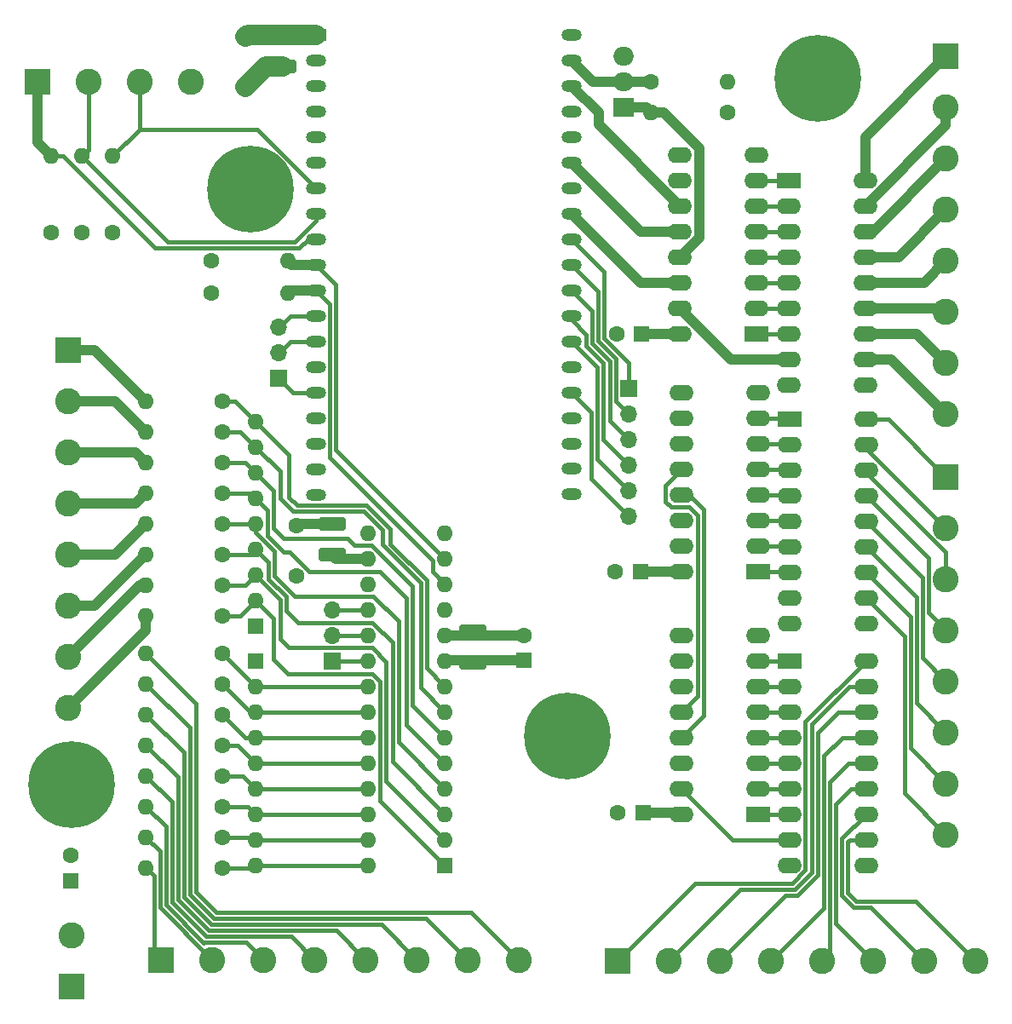
<source format=gbr>
%TF.GenerationSoftware,KiCad,Pcbnew,(7.0.0)*%
%TF.CreationDate,2023-05-27T01:43:54+02:00*%
%TF.ProjectId,workbench,776f726b-6265-46e6-9368-2e6b69636164,rev?*%
%TF.SameCoordinates,Original*%
%TF.FileFunction,Copper,L1,Top*%
%TF.FilePolarity,Positive*%
%FSLAX46Y46*%
G04 Gerber Fmt 4.6, Leading zero omitted, Abs format (unit mm)*
G04 Created by KiCad (PCBNEW (7.0.0)) date 2023-05-27 01:43:54*
%MOMM*%
%LPD*%
G01*
G04 APERTURE LIST*
G04 Aperture macros list*
%AMRoundRect*
0 Rectangle with rounded corners*
0 $1 Rounding radius*
0 $2 $3 $4 $5 $6 $7 $8 $9 X,Y pos of 4 corners*
0 Add a 4 corners polygon primitive as box body*
4,1,4,$2,$3,$4,$5,$6,$7,$8,$9,$2,$3,0*
0 Add four circle primitives for the rounded corners*
1,1,$1+$1,$2,$3*
1,1,$1+$1,$4,$5*
1,1,$1+$1,$6,$7*
1,1,$1+$1,$8,$9*
0 Add four rect primitives between the rounded corners*
20,1,$1+$1,$2,$3,$4,$5,0*
20,1,$1+$1,$4,$5,$6,$7,0*
20,1,$1+$1,$6,$7,$8,$9,0*
20,1,$1+$1,$8,$9,$2,$3,0*%
G04 Aperture macros list end*
%TA.AperFunction,ComponentPad*%
%ADD10R,1.700000X1.700000*%
%TD*%
%TA.AperFunction,ComponentPad*%
%ADD11O,1.700000X1.700000*%
%TD*%
%TA.AperFunction,SMDPad,CuDef*%
%ADD12RoundRect,0.250000X-1.100000X0.412500X-1.100000X-0.412500X1.100000X-0.412500X1.100000X0.412500X0*%
%TD*%
%TA.AperFunction,ComponentPad*%
%ADD13C,8.600000*%
%TD*%
%TA.AperFunction,ComponentPad*%
%ADD14C,0.900000*%
%TD*%
%TA.AperFunction,SMDPad,CuDef*%
%ADD15RoundRect,0.250000X1.100000X-0.412500X1.100000X0.412500X-1.100000X0.412500X-1.100000X-0.412500X0*%
%TD*%
%TA.AperFunction,ComponentPad*%
%ADD16R,1.600000X1.600000*%
%TD*%
%TA.AperFunction,ComponentPad*%
%ADD17C,1.600000*%
%TD*%
%TA.AperFunction,ComponentPad*%
%ADD18O,1.600000X1.600000*%
%TD*%
%TA.AperFunction,ComponentPad*%
%ADD19R,2.400000X1.600000*%
%TD*%
%TA.AperFunction,ComponentPad*%
%ADD20O,2.400000X1.600000*%
%TD*%
%TA.AperFunction,ComponentPad*%
%ADD21R,2.600000X2.600000*%
%TD*%
%TA.AperFunction,ComponentPad*%
%ADD22C,2.600000*%
%TD*%
%TA.AperFunction,ComponentPad*%
%ADD23O,2.000000X1.200000*%
%TD*%
%TA.AperFunction,ComponentPad*%
%ADD24R,2.000000X1.200000*%
%TD*%
%TA.AperFunction,ComponentPad*%
%ADD25O,2.000000X1.905000*%
%TD*%
%TA.AperFunction,ComponentPad*%
%ADD26R,2.000000X1.905000*%
%TD*%
%TA.AperFunction,Conductor*%
%ADD27C,0.400000*%
%TD*%
%TA.AperFunction,Conductor*%
%ADD28C,1.000000*%
%TD*%
%TA.AperFunction,Conductor*%
%ADD29C,2.000000*%
%TD*%
G04 APERTURE END LIST*
D10*
%TO.P,J6,1,Pin_1*%
%TO.N,Net-(J6-Pin_1)*%
X121411999Y-81152999D03*
D11*
%TO.P,J6,2,Pin_2*%
%TO.N,Net-(J6-Pin_2)*%
X121411999Y-78612999D03*
%TO.P,J6,3,Pin_3*%
%TO.N,Net-(J6-Pin_3)*%
X121411999Y-76072999D03*
%TD*%
D10*
%TO.P,J8,1,Pin_1*%
%TO.N,Net-(J8-Pin_1)*%
X156209999Y-82168999D03*
D11*
%TO.P,J8,2,Pin_2*%
%TO.N,Net-(J8-Pin_2)*%
X156209999Y-84708999D03*
%TO.P,J8,3,Pin_3*%
%TO.N,Net-(J8-Pin_3)*%
X156209999Y-87248999D03*
%TO.P,J8,4,Pin_4*%
%TO.N,Net-(J8-Pin_4)*%
X156209999Y-89788999D03*
%TO.P,J8,5,Pin_5*%
%TO.N,Net-(J8-Pin_5)*%
X156209999Y-92328999D03*
%TO.P,J8,6,Pin_6*%
%TO.N,Net-(J8-Pin_6)*%
X156209999Y-94868999D03*
%TD*%
D12*
%TO.P,C19,1*%
%TO.N,+3.3V*%
X121793000Y-47040000D03*
%TO.P,C19,2*%
%TO.N,GND*%
X121793000Y-50165000D03*
%TD*%
D13*
%TO.P,H4,1*%
%TO.N,N/C*%
X175006000Y-51308000D03*
D14*
X175006000Y-54533000D03*
X172725581Y-53588419D03*
X177286419Y-49027581D03*
X177286419Y-53588419D03*
X171781000Y-51308000D03*
X172725581Y-49027581D03*
X175006000Y-48083000D03*
X178231000Y-51308000D03*
%TD*%
D13*
%TO.P,H3,1*%
%TO.N,N/C*%
X118568000Y-62357000D03*
D14*
X118568000Y-65582000D03*
X116287581Y-64637419D03*
X120848419Y-60076581D03*
X120848419Y-64637419D03*
X115343000Y-62357000D03*
X116287581Y-60076581D03*
X118568000Y-59132000D03*
X121793000Y-62357000D03*
%TD*%
D13*
%TO.P,H2,1*%
%TO.N,N/C*%
X100788000Y-121539000D03*
D14*
X100788000Y-124764000D03*
X98507581Y-123819419D03*
X103068419Y-119258581D03*
X103068419Y-123819419D03*
X97563000Y-121539000D03*
X98507581Y-119258581D03*
X100788000Y-118314000D03*
X104013000Y-121539000D03*
%TD*%
D13*
%TO.P,H1,1*%
%TO.N,N/C*%
X150119600Y-116718600D03*
D14*
X150119600Y-119943600D03*
X147839181Y-118999019D03*
X152400019Y-114438181D03*
X152400019Y-118999019D03*
X146894600Y-116718600D03*
X147839181Y-114438181D03*
X150119600Y-113493600D03*
X153344600Y-116718600D03*
%TD*%
D15*
%TO.P,C5,1*%
%TO.N,+3.3V*%
X140716000Y-109424000D03*
%TO.P,C5,2*%
%TO.N,GND*%
X140716000Y-106299000D03*
%TD*%
D12*
%TO.P,C4,1*%
%TO.N,+5V*%
X126746000Y-95592500D03*
%TO.P,C4,2*%
%TO.N,GND*%
X126746000Y-98717500D03*
%TD*%
D16*
%TO.P,C3,1*%
%TO.N,+5V*%
X100710999Y-131103399D03*
D17*
%TO.P,C3,2*%
%TO.N,GND*%
X100711000Y-128603400D03*
%TD*%
D10*
%TO.P,J5,1,Pin_1*%
%TO.N,Net-(J5-Pin_1)*%
X126745999Y-109219999D03*
D11*
%TO.P,J5,2,Pin_2*%
%TO.N,Net-(J5-Pin_2)*%
X126745999Y-106679999D03*
%TO.P,J5,3,Pin_3*%
%TO.N,Net-(J5-Pin_3)*%
X126745999Y-104139999D03*
%TD*%
D17*
%TO.P,C2,1*%
%TO.N,+5V*%
X123190000Y-95758000D03*
%TO.P,C2,2*%
%TO.N,GND*%
X123190000Y-100758000D03*
%TD*%
%TO.P,C1,1*%
%TO.N,+3.3V*%
X118110000Y-47197000D03*
%TO.P,C1,2*%
%TO.N,GND*%
X118110000Y-52197000D03*
%TD*%
%TO.P,R53,1*%
%TO.N,+3.3V*%
X165989000Y-54737000D03*
D18*
%TO.P,R53,2*%
%TO.N,Net-(Q3-D)*%
X158368999Y-54736999D03*
%TD*%
D17*
%TO.P,R1,1*%
%TO.N,Net-(RN2-R1)*%
X115824000Y-108458000D03*
D18*
%TO.P,R1,2*%
%TO.N,Net-(J11-Pin_8)*%
X108203999Y-108457999D03*
%TD*%
D17*
%TO.P,R52,1*%
%TO.N,Net-(Q3-G)*%
X158369000Y-51689000D03*
D18*
%TO.P,R52,2*%
%TO.N,GND*%
X165988999Y-51688999D03*
%TD*%
D17*
%TO.P,R19,1*%
%TO.N,+3.3V*%
X114681000Y-69469000D03*
D18*
%TO.P,R19,2*%
%TO.N,Net-(U11-DAC_2{slash}ADC2_CH9{slash}GPIO26)*%
X122300999Y-69468999D03*
%TD*%
D19*
%TO.P,U10,1,I1*%
%TO.N,/Chan24*%
X172158999Y-109219999D03*
D20*
%TO.P,U10,2,I2*%
%TO.N,/Chan23*%
X172158999Y-111759999D03*
%TO.P,U10,3,I3*%
%TO.N,/Chan22*%
X172158999Y-114299999D03*
%TO.P,U10,4,I4*%
%TO.N,/Chan21*%
X172158999Y-116839999D03*
%TO.P,U10,5,I5*%
%TO.N,/Chan20*%
X172158999Y-119379999D03*
%TO.P,U10,6,I6*%
%TO.N,/Chan19*%
X172158999Y-121919999D03*
%TO.P,U10,7,I7*%
%TO.N,/Chan18*%
X172158999Y-124459999D03*
%TO.P,U10,8,I8*%
%TO.N,/Chan17*%
X172158999Y-126999999D03*
%TO.P,U10,9,GND*%
%TO.N,GND*%
X172158999Y-129539999D03*
%TO.P,U10,10,COM*%
%TO.N,+5V*%
X179778999Y-129539999D03*
%TO.P,U10,11,O8*%
%TO.N,Net-(J9-Pin_8)*%
X179778999Y-126999999D03*
%TO.P,U10,12,O7*%
%TO.N,Net-(J9-Pin_7)*%
X179778999Y-124459999D03*
%TO.P,U10,13,O6*%
%TO.N,Net-(J9-Pin_6)*%
X179778999Y-121919999D03*
%TO.P,U10,14,O5*%
%TO.N,Net-(J9-Pin_5)*%
X179778999Y-119379999D03*
%TO.P,U10,15,O4*%
%TO.N,Net-(J9-Pin_4)*%
X179778999Y-116839999D03*
%TO.P,U10,16,O3*%
%TO.N,Net-(J9-Pin_3)*%
X179778999Y-114299999D03*
%TO.P,U10,17,O2*%
%TO.N,Net-(J9-Pin_2)*%
X179778999Y-111759999D03*
%TO.P,U10,18,O1*%
%TO.N,Net-(J9-Pin_1)*%
X179778999Y-109219999D03*
%TD*%
D17*
%TO.P,R2,1*%
%TO.N,Net-(RN2-R2)*%
X115824000Y-111506000D03*
D18*
%TO.P,R2,2*%
%TO.N,Net-(J11-Pin_7)*%
X108203999Y-111505999D03*
%TD*%
D17*
%TO.P,R20,1*%
%TO.N,+3.3V*%
X114681000Y-72644000D03*
D18*
%TO.P,R20,2*%
%TO.N,Net-(U11-ADC2_CH7{slash}GPIO27)*%
X122300999Y-72643999D03*
%TD*%
D19*
%TO.P,U4,1,QB*%
%TO.N,/Chan18*%
X169036999Y-124459999D03*
D20*
%TO.P,U4,2,QC*%
%TO.N,/Chan19*%
X169036999Y-121919999D03*
%TO.P,U4,3,QD*%
%TO.N,/Chan20*%
X169036999Y-119379999D03*
%TO.P,U4,4,QE*%
%TO.N,/Chan21*%
X169036999Y-116839999D03*
%TO.P,U4,5,QF*%
%TO.N,/Chan22*%
X169036999Y-114299999D03*
%TO.P,U4,6,QG*%
%TO.N,/Chan23*%
X169036999Y-111759999D03*
%TO.P,U4,7,QH*%
%TO.N,/Chan24*%
X169036999Y-109219999D03*
%TO.P,U4,8,GND*%
%TO.N,GND*%
X169036999Y-106679999D03*
%TO.P,U4,9,QH'*%
%TO.N,unconnected-(U4-QH'-Pad9)*%
X161416999Y-106679999D03*
%TO.P,U4,10,~{SRCLR}*%
%TO.N,+3.3V*%
X161416999Y-109219999D03*
%TO.P,U4,11,SRCLK*%
%TO.N,Net-(U11-GPIO22)*%
X161416999Y-111759999D03*
%TO.P,U4,12,RCLK*%
%TO.N,Net-(U11-GPIO21)*%
X161416999Y-114299999D03*
%TO.P,U4,13,~{OE}*%
%TO.N,Net-(Q3-D)*%
X161416999Y-116839999D03*
%TO.P,U4,14,SER*%
%TO.N,Net-(U4-SER)*%
X161416999Y-119379999D03*
%TO.P,U4,15,QA*%
%TO.N,/Chan17*%
X161416999Y-121919999D03*
%TO.P,U4,16,VCC*%
%TO.N,+3.3V*%
X161416999Y-124459999D03*
%TD*%
D16*
%TO.P,C16,1*%
%TO.N,+3.3V*%
X157606999Y-124332999D03*
D17*
%TO.P,C16,2*%
%TO.N,GND*%
X155107000Y-124333000D03*
%TD*%
D19*
%TO.P,U2,1,QB*%
%TO.N,/Chan2*%
X168909999Y-76707999D03*
D20*
%TO.P,U2,2,QC*%
%TO.N,/Chan3*%
X168909999Y-74167999D03*
%TO.P,U2,3,QD*%
%TO.N,/Chan4*%
X168909999Y-71627999D03*
%TO.P,U2,4,QE*%
%TO.N,/Chan5*%
X168909999Y-69087999D03*
%TO.P,U2,5,QF*%
%TO.N,/Chan6*%
X168909999Y-66547999D03*
%TO.P,U2,6,QG*%
%TO.N,/Chan7*%
X168909999Y-64007999D03*
%TO.P,U2,7,QH*%
%TO.N,/Chan8*%
X168909999Y-61467999D03*
%TO.P,U2,8,GND*%
%TO.N,GND*%
X168909999Y-58927999D03*
%TO.P,U2,9,QH'*%
%TO.N,Net-(U2-QH')*%
X161289999Y-58927999D03*
%TO.P,U2,10,~{SRCLR}*%
%TO.N,+3.3V*%
X161289999Y-61467999D03*
%TO.P,U2,11,SRCLK*%
%TO.N,Net-(U11-GPIO22)*%
X161289999Y-64007999D03*
%TO.P,U2,12,RCLK*%
%TO.N,Net-(U11-GPIO21)*%
X161289999Y-66547999D03*
%TO.P,U2,13,~{OE}*%
%TO.N,Net-(Q3-D)*%
X161289999Y-69087999D03*
%TO.P,U2,14,SER*%
%TO.N,Net-(U11-GPIO19)*%
X161289999Y-71627999D03*
%TO.P,U2,15,QA*%
%TO.N,/Chan1*%
X161289999Y-74167999D03*
%TO.P,U2,16,VCC*%
%TO.N,+3.3V*%
X161289999Y-76707999D03*
%TD*%
D16*
%TO.P,U6,1,GPB0*%
%TO.N,Net-(RN1-R1)*%
X137921999Y-129539999D03*
D18*
%TO.P,U6,2,GPB1*%
%TO.N,Net-(RN1-R2)*%
X137921999Y-126999999D03*
%TO.P,U6,3,GPB2*%
%TO.N,Net-(RN1-R3)*%
X137921999Y-124459999D03*
%TO.P,U6,4,GPB3*%
%TO.N,Net-(RN1-R4)*%
X137921999Y-121919999D03*
%TO.P,U6,5,GPB4*%
%TO.N,Net-(RN1-R5)*%
X137921999Y-119379999D03*
%TO.P,U6,6,GPB5*%
%TO.N,Net-(RN1-R6)*%
X137921999Y-116839999D03*
%TO.P,U6,7,GPB6*%
%TO.N,Net-(RN1-R7)*%
X137921999Y-114299999D03*
%TO.P,U6,8,GPB7*%
%TO.N,Net-(RN1-R8)*%
X137921999Y-111759999D03*
%TO.P,U6,9,VDD*%
%TO.N,+3.3V*%
X137921999Y-109219999D03*
%TO.P,U6,10,VSS*%
%TO.N,GND*%
X137921999Y-106679999D03*
%TO.P,U6,11,NC*%
%TO.N,unconnected-(U6-NC-Pad11)*%
X137921999Y-104139999D03*
%TO.P,U6,12,SCK*%
%TO.N,Net-(U11-ADC2_CH7{slash}GPIO27)*%
X137921999Y-101599999D03*
%TO.P,U6,13,SDA*%
%TO.N,Net-(U11-DAC_2{slash}ADC2_CH9{slash}GPIO26)*%
X137921999Y-99059999D03*
%TO.P,U6,14,NC*%
%TO.N,unconnected-(U6-NC-Pad14)*%
X137921999Y-96519999D03*
%TO.P,U6,15,A0*%
%TO.N,GND*%
X130301999Y-96519999D03*
%TO.P,U6,16,A1*%
X130301999Y-99059999D03*
%TO.P,U6,17,A2*%
X130301999Y-101599999D03*
%TO.P,U6,18,~{RESET}*%
%TO.N,Net-(J5-Pin_3)*%
X130301999Y-104139999D03*
%TO.P,U6,19,INTB*%
%TO.N,Net-(J5-Pin_2)*%
X130301999Y-106679999D03*
%TO.P,U6,20,INTA*%
%TO.N,Net-(J5-Pin_1)*%
X130301999Y-109219999D03*
%TO.P,U6,21,GPA0*%
%TO.N,Net-(RN2-R1)*%
X130301999Y-111759999D03*
%TO.P,U6,22,GPA1*%
%TO.N,Net-(RN2-R2)*%
X130301999Y-114299999D03*
%TO.P,U6,23,GPA2*%
%TO.N,Net-(RN2-R3)*%
X130301999Y-116839999D03*
%TO.P,U6,24,GPA3*%
%TO.N,Net-(RN2-R4)*%
X130301999Y-119379999D03*
%TO.P,U6,25,GPA4*%
%TO.N,Net-(RN2-R5)*%
X130301999Y-121919999D03*
%TO.P,U6,26,GPA5*%
%TO.N,Net-(RN2-R6)*%
X130301999Y-124459999D03*
%TO.P,U6,27,GPA6*%
%TO.N,Net-(RN2-R7)*%
X130301999Y-126999999D03*
%TO.P,U6,28,GPA7*%
%TO.N,Net-(RN2-R8)*%
X130301999Y-129539999D03*
%TD*%
D21*
%TO.P,J2,1,Pin_1*%
%TO.N,Net-(J2-Pin_1)*%
X187705999Y-90931999D03*
D22*
%TO.P,J2,2,Pin_2*%
%TO.N,Net-(J2-Pin_2)*%
X187706000Y-96012000D03*
%TO.P,J2,3,Pin_3*%
%TO.N,Net-(J2-Pin_3)*%
X187706000Y-101092000D03*
%TO.P,J2,4,Pin_4*%
%TO.N,Net-(J2-Pin_4)*%
X187706000Y-106172000D03*
%TO.P,J2,5,Pin_5*%
%TO.N,Net-(J2-Pin_5)*%
X187706000Y-111252000D03*
%TO.P,J2,6,Pin_6*%
%TO.N,Net-(J2-Pin_6)*%
X187706000Y-116332000D03*
%TO.P,J2,7,Pin_7*%
%TO.N,Net-(J2-Pin_7)*%
X187706000Y-121412000D03*
%TO.P,J2,8,Pin_8*%
%TO.N,Net-(J2-Pin_8)*%
X187706000Y-126492000D03*
%TD*%
%TO.P,J3,8,Pin_8*%
%TO.N,Net-(J3-Pin_8)*%
X100457000Y-113919000D03*
%TO.P,J3,7,Pin_7*%
%TO.N,Net-(J3-Pin_7)*%
X100457000Y-108839000D03*
%TO.P,J3,6,Pin_6*%
%TO.N,Net-(J3-Pin_6)*%
X100457000Y-103759000D03*
%TO.P,J3,5,Pin_5*%
%TO.N,Net-(J3-Pin_5)*%
X100457000Y-98679000D03*
%TO.P,J3,4,Pin_4*%
%TO.N,Net-(J3-Pin_4)*%
X100457000Y-93599000D03*
%TO.P,J3,3,Pin_3*%
%TO.N,Net-(J3-Pin_3)*%
X100457000Y-88519000D03*
%TO.P,J3,2,Pin_2*%
%TO.N,Net-(J3-Pin_2)*%
X100457000Y-83439000D03*
D21*
%TO.P,J3,1,Pin_1*%
%TO.N,Net-(J3-Pin_1)*%
X100456999Y-78358999D03*
%TD*%
D16*
%TO.P,C17,1*%
%TO.N,+3.3V*%
X157479999Y-76707999D03*
D17*
%TO.P,C17,2*%
%TO.N,GND*%
X154980000Y-76708000D03*
%TD*%
D23*
%TO.P,U11,38,GND*%
%TO.N,GND*%
X150494999Y-46989999D03*
%TO.P,U11,37,GPIO23*%
%TO.N,Net-(Q3-G)*%
X150494999Y-49529999D03*
%TO.P,U11,36,GPIO22*%
%TO.N,Net-(U11-GPIO22)*%
X150494999Y-52069999D03*
%TO.P,U11,35,U0TXD/GPIO1*%
%TO.N,unconnected-(U11-U0TXD{slash}GPIO1-Pad35)*%
X150494999Y-54609999D03*
%TO.P,U11,34,U0RXD/GPIO3*%
%TO.N,unconnected-(U11-U0RXD{slash}GPIO3-Pad34)*%
X150494999Y-57149999D03*
%TO.P,U11,33,GPIO21*%
%TO.N,Net-(U11-GPIO21)*%
X150494999Y-59689999D03*
%TO.P,U11,32,GND*%
%TO.N,unconnected-(U11-GND-Pad32)*%
X150494999Y-62229999D03*
%TO.P,U11,31,GPIO19*%
%TO.N,Net-(U11-GPIO19)*%
X150494999Y-64769999D03*
%TO.P,U11,30,GPIO18*%
%TO.N,Net-(J8-Pin_1)*%
X150494999Y-67309999D03*
%TO.P,U11,29,\u002AGPIO5*%
%TO.N,Net-(J8-Pin_2)*%
X150494999Y-69849999D03*
%TO.P,U11,28,GPIO17*%
%TO.N,Net-(J8-Pin_3)*%
X150494999Y-72389999D03*
%TO.P,U11,27,GPIO16*%
%TO.N,Net-(J8-Pin_4)*%
X150494999Y-74929999D03*
%TO.P,U11,26,ADC2_CH0/GPIO4*%
%TO.N,Net-(J8-Pin_5)*%
X150494999Y-77469999D03*
%TO.P,U11,25,\u002AGPIO0/BOOT/ADC2_CH1*%
%TO.N,unconnected-(U11-\u002AGPIO0{slash}BOOT{slash}ADC2_CH1-Pad25)*%
X150494999Y-80009999D03*
%TO.P,U11,24,ADC2_CH2/\u002AGPIO2*%
%TO.N,Net-(J8-Pin_6)*%
X150494999Y-82549999D03*
%TO.P,U11,23,\u002AMTDO/GPIO15/ADC2_CH3*%
%TO.N,unconnected-(U11-\u002AMTDO{slash}GPIO15{slash}ADC2_CH3-Pad23)*%
X150494999Y-85089999D03*
%TO.P,U11,22,SD_DATA1/GPIO8*%
%TO.N,unconnected-(U11-SD_DATA1{slash}GPIO8-Pad22)*%
X150494999Y-87629999D03*
%TO.P,U11,21,SD_DATA0/GPIO7*%
%TO.N,unconnected-(U11-SD_DATA0{slash}GPIO7-Pad21)*%
X150491319Y-90167279D03*
%TO.P,U11,20,SD_CLK/GPIO6*%
%TO.N,unconnected-(U11-SD_CLK{slash}GPIO6-Pad20)*%
X150491319Y-92707279D03*
%TO.P,U11,19,5V*%
%TO.N,+5V*%
X125094999Y-92709999D03*
%TO.P,U11,18,CMD*%
%TO.N,unconnected-(U11-CMD-Pad18)*%
X125094999Y-90169999D03*
%TO.P,U11,17,SD_DATA3/GPIO10*%
%TO.N,unconnected-(U11-SD_DATA3{slash}GPIO10-Pad17)*%
X125094999Y-87629999D03*
%TO.P,U11,16,SD_DATA2/GPIO9*%
%TO.N,unconnected-(U11-SD_DATA2{slash}GPIO9-Pad16)*%
X125094999Y-85089999D03*
%TO.P,U11,15,MTCK/GPIO13/ADC2_CH4*%
%TO.N,Net-(J6-Pin_1)*%
X125094999Y-82549999D03*
%TO.P,U11,14,GND*%
%TO.N,unconnected-(U11-GND-Pad14)*%
X125094999Y-80009999D03*
%TO.P,U11,13,\u002AMTDI/GPIO12/ADC2_CH5*%
%TO.N,Net-(J6-Pin_2)*%
X125094999Y-77469999D03*
%TO.P,U11,12,MTMS/GPIO14/ADC2_CH6*%
%TO.N,Net-(J6-Pin_3)*%
X125094999Y-74929999D03*
%TO.P,U11,11,ADC2_CH7/GPIO27*%
%TO.N,Net-(U11-ADC2_CH7{slash}GPIO27)*%
X125094999Y-72389999D03*
%TO.P,U11,10,DAC_2/ADC2_CH9/GPIO26*%
%TO.N,Net-(U11-DAC_2{slash}ADC2_CH9{slash}GPIO26)*%
X125094999Y-69849999D03*
%TO.P,U11,9,DAC_1/ADC2_CH8/GPIO25*%
%TO.N,Net-(J10-Pin_1)*%
X125094999Y-67309999D03*
%TO.P,U11,8,32K_XN/GPIO33/ADC1_CH5*%
%TO.N,Net-(J10-Pin_2)*%
X125094999Y-64769999D03*
%TO.P,U11,7,32K_XP/GPIO32/ADC1_CH4*%
%TO.N,Net-(J10-Pin_3)*%
X125094999Y-62229999D03*
%TO.P,U11,6,VDET_2/GPIO35/ADC1_CH7*%
%TO.N,unconnected-(U11-VDET_2{slash}GPIO35{slash}ADC1_CH7-Pad6)*%
X125094999Y-59689999D03*
%TO.P,U11,5,VDET_1/GPIO34/ADC1_CH6*%
%TO.N,unconnected-(U11-VDET_1{slash}GPIO34{slash}ADC1_CH6-Pad5)*%
X125094999Y-57149999D03*
%TO.P,U11,4,SENSOR_VN/GPIO39/ADC1_CH3*%
%TO.N,unconnected-(U11-SENSOR_VN{slash}GPIO39{slash}ADC1_CH3-Pad4)*%
X125094999Y-54609999D03*
%TO.P,U11,3,SENSOR_VP/GPIO36/ADC1_CH0*%
%TO.N,unconnected-(U11-SENSOR_VP{slash}GPIO36{slash}ADC1_CH0-Pad3)*%
X125094999Y-52069999D03*
%TO.P,U11,2,CHIP_PU*%
%TO.N,unconnected-(U11-CHIP_PU-Pad2)*%
X125094999Y-49529999D03*
D24*
%TO.P,U11,1,3V3*%
%TO.N,+3.3V*%
X125094999Y-46989999D03*
%TD*%
D17*
%TO.P,R6,1*%
%TO.N,Net-(RN2-R6)*%
X115824000Y-123698000D03*
D18*
%TO.P,R6,2*%
%TO.N,Net-(J11-Pin_3)*%
X108203999Y-123697999D03*
%TD*%
D21*
%TO.P,J4,1,Pin_1*%
%TO.N,Net-(J4-Pin_1)*%
X187705999Y-49148999D03*
D22*
%TO.P,J4,2,Pin_2*%
%TO.N,Net-(J4-Pin_2)*%
X187706000Y-54229000D03*
%TO.P,J4,3,Pin_3*%
%TO.N,Net-(J4-Pin_3)*%
X187706000Y-59309000D03*
%TO.P,J4,4,Pin_4*%
%TO.N,Net-(J4-Pin_4)*%
X187706000Y-64389000D03*
%TO.P,J4,5,Pin_5*%
%TO.N,Net-(J4-Pin_5)*%
X187706000Y-69469000D03*
%TO.P,J4,6,Pin_6*%
%TO.N,Net-(J4-Pin_6)*%
X187706000Y-74549000D03*
%TO.P,J4,7,Pin_7*%
%TO.N,Net-(J4-Pin_7)*%
X187706000Y-79629000D03*
%TO.P,J4,8,Pin_8*%
%TO.N,Net-(J4-Pin_8)*%
X187706000Y-84709000D03*
%TD*%
D18*
%TO.P,R9,2*%
%TO.N,Net-(J3-Pin_8)*%
X108203999Y-104774999D03*
D17*
%TO.P,R9,1*%
%TO.N,Net-(RN1-R1)*%
X115824000Y-104775000D03*
%TD*%
%TO.P,R13,1*%
%TO.N,Net-(RN1-R5)*%
X115824000Y-92583000D03*
D18*
%TO.P,R13,2*%
%TO.N,Net-(J3-Pin_4)*%
X108203999Y-92582999D03*
%TD*%
D17*
%TO.P,R3,1*%
%TO.N,Net-(RN2-R3)*%
X115824000Y-114554000D03*
D18*
%TO.P,R3,2*%
%TO.N,Net-(J11-Pin_6)*%
X108203999Y-114553999D03*
%TD*%
D17*
%TO.P,R22,1*%
%TO.N,+3.3V*%
X101854000Y-66675000D03*
D18*
%TO.P,R22,2*%
%TO.N,Net-(J10-Pin_2)*%
X101853999Y-59054999D03*
%TD*%
D16*
%TO.P,C14,1*%
%TO.N,+3.3V*%
X145795999Y-109179999D03*
D17*
%TO.P,C14,2*%
%TO.N,GND*%
X145796000Y-106680000D03*
%TD*%
%TO.P,R12,1*%
%TO.N,Net-(RN1-R4)*%
X115824000Y-95631000D03*
D18*
%TO.P,R12,2*%
%TO.N,Net-(J3-Pin_5)*%
X108203999Y-95630999D03*
%TD*%
D19*
%TO.P,U7,1,QB*%
%TO.N,/Chan10*%
X169036999Y-100393999D03*
D20*
%TO.P,U7,2,QC*%
%TO.N,/Chan11*%
X169036999Y-97853999D03*
%TO.P,U7,3,QD*%
%TO.N,/Chan12*%
X169036999Y-95313999D03*
%TO.P,U7,4,QE*%
%TO.N,/Chan13*%
X169036999Y-92773999D03*
%TO.P,U7,5,QF*%
%TO.N,/Chan14*%
X169036999Y-90233999D03*
%TO.P,U7,6,QG*%
%TO.N,/Chan15*%
X169036999Y-87693999D03*
%TO.P,U7,7,QH*%
%TO.N,/Chan16*%
X169036999Y-85153999D03*
%TO.P,U7,8,GND*%
%TO.N,GND*%
X169036999Y-82613999D03*
%TO.P,U7,9,QH'*%
%TO.N,Net-(U4-SER)*%
X161416999Y-82613999D03*
%TO.P,U7,10,~{SRCLR}*%
%TO.N,+3.3V*%
X161416999Y-85153999D03*
%TO.P,U7,11,SRCLK*%
%TO.N,Net-(U11-GPIO22)*%
X161416999Y-87693999D03*
%TO.P,U7,12,RCLK*%
%TO.N,Net-(U11-GPIO21)*%
X161416999Y-90233999D03*
%TO.P,U7,13,~{OE}*%
%TO.N,Net-(Q3-D)*%
X161416999Y-92773999D03*
%TO.P,U7,14,SER*%
%TO.N,Net-(U2-QH')*%
X161416999Y-95313999D03*
%TO.P,U7,15,QA*%
%TO.N,/Chan9*%
X161416999Y-97853999D03*
%TO.P,U7,16,VCC*%
%TO.N,+3.3V*%
X161416999Y-100393999D03*
%TD*%
D17*
%TO.P,R7,1*%
%TO.N,Net-(RN2-R7)*%
X115824000Y-126746000D03*
D18*
%TO.P,R7,2*%
%TO.N,Net-(J11-Pin_2)*%
X108203999Y-126745999D03*
%TD*%
D25*
%TO.P,Q3,3,S*%
%TO.N,GND*%
X155701999Y-49148999D03*
%TO.P,Q3,2,G*%
%TO.N,Net-(Q3-G)*%
X155701999Y-51688999D03*
D26*
%TO.P,Q3,1,D*%
%TO.N,Net-(Q3-D)*%
X155701999Y-54228999D03*
%TD*%
D22*
%TO.P,J9,8,Pin_8*%
%TO.N,Net-(J9-Pin_8)*%
X190627000Y-139065000D03*
%TO.P,J9,7,Pin_7*%
%TO.N,Net-(J9-Pin_7)*%
X185547000Y-139065000D03*
%TO.P,J9,6,Pin_6*%
%TO.N,Net-(J9-Pin_6)*%
X180467000Y-139065000D03*
%TO.P,J9,5,Pin_5*%
%TO.N,Net-(J9-Pin_5)*%
X175387000Y-139065000D03*
%TO.P,J9,4,Pin_4*%
%TO.N,Net-(J9-Pin_4)*%
X170307000Y-139065000D03*
%TO.P,J9,3,Pin_3*%
%TO.N,Net-(J9-Pin_3)*%
X165227000Y-139065000D03*
%TO.P,J9,2,Pin_2*%
%TO.N,Net-(J9-Pin_2)*%
X160147000Y-139065000D03*
D21*
%TO.P,J9,1,Pin_1*%
%TO.N,Net-(J9-Pin_1)*%
X155066999Y-139064999D03*
%TD*%
D19*
%TO.P,U3,1,I1*%
%TO.N,/Chan8*%
X172084999Y-61467999D03*
D20*
%TO.P,U3,2,I2*%
%TO.N,/Chan7*%
X172084999Y-64007999D03*
%TO.P,U3,3,I3*%
%TO.N,/Chan6*%
X172084999Y-66547999D03*
%TO.P,U3,4,I4*%
%TO.N,/Chan5*%
X172084999Y-69087999D03*
%TO.P,U3,5,I5*%
%TO.N,/Chan4*%
X172084999Y-71627999D03*
%TO.P,U3,6,I6*%
%TO.N,/Chan3*%
X172084999Y-74167999D03*
%TO.P,U3,7,I7*%
%TO.N,/Chan2*%
X172084999Y-76707999D03*
%TO.P,U3,8,I8*%
%TO.N,/Chan1*%
X172084999Y-79247999D03*
%TO.P,U3,9,GND*%
%TO.N,GND*%
X172084999Y-81787999D03*
%TO.P,U3,10,COM*%
%TO.N,+5V*%
X179704999Y-81787999D03*
%TO.P,U3,11,O8*%
%TO.N,Net-(J4-Pin_8)*%
X179704999Y-79247999D03*
%TO.P,U3,12,O7*%
%TO.N,Net-(J4-Pin_7)*%
X179704999Y-76707999D03*
%TO.P,U3,13,O6*%
%TO.N,Net-(J4-Pin_6)*%
X179704999Y-74167999D03*
%TO.P,U3,14,O5*%
%TO.N,Net-(J4-Pin_5)*%
X179704999Y-71627999D03*
%TO.P,U3,15,O4*%
%TO.N,Net-(J4-Pin_4)*%
X179704999Y-69087999D03*
%TO.P,U3,16,O3*%
%TO.N,Net-(J4-Pin_3)*%
X179704999Y-66547999D03*
%TO.P,U3,17,O2*%
%TO.N,Net-(J4-Pin_2)*%
X179704999Y-64007999D03*
%TO.P,U3,18,O1*%
%TO.N,Net-(J4-Pin_1)*%
X179704999Y-61467999D03*
%TD*%
D17*
%TO.P,R16,1*%
%TO.N,Net-(RN1-R8)*%
X115824000Y-83439000D03*
D18*
%TO.P,R16,2*%
%TO.N,Net-(J3-Pin_1)*%
X108203999Y-83438999D03*
%TD*%
D17*
%TO.P,R11,1*%
%TO.N,Net-(RN1-R3)*%
X115824000Y-98679000D03*
D18*
%TO.P,R11,2*%
%TO.N,Net-(J3-Pin_6)*%
X108203999Y-98678999D03*
%TD*%
D21*
%TO.P,J11,1,Pin_1*%
%TO.N,Net-(J11-Pin_1)*%
X109727999Y-138937999D03*
D22*
%TO.P,J11,2,Pin_2*%
%TO.N,Net-(J11-Pin_2)*%
X114808000Y-138938000D03*
%TO.P,J11,3,Pin_3*%
%TO.N,Net-(J11-Pin_3)*%
X119888000Y-138938000D03*
%TO.P,J11,4,Pin_4*%
%TO.N,Net-(J11-Pin_4)*%
X124968000Y-138938000D03*
%TO.P,J11,5,Pin_5*%
%TO.N,Net-(J11-Pin_5)*%
X130048000Y-138938000D03*
%TO.P,J11,6,Pin_6*%
%TO.N,Net-(J11-Pin_6)*%
X135128000Y-138938000D03*
%TO.P,J11,7,Pin_7*%
%TO.N,Net-(J11-Pin_7)*%
X140208000Y-138938000D03*
%TO.P,J11,8,Pin_8*%
%TO.N,Net-(J11-Pin_8)*%
X145288000Y-138938000D03*
%TD*%
D17*
%TO.P,R35,1*%
%TO.N,+3.3V*%
X98806000Y-66675000D03*
D18*
%TO.P,R35,2*%
%TO.N,Net-(J10-Pin_1)*%
X98805999Y-59054999D03*
%TD*%
D17*
%TO.P,R4,1*%
%TO.N,Net-(RN2-R4)*%
X115824000Y-117602000D03*
D18*
%TO.P,R4,2*%
%TO.N,Net-(J11-Pin_5)*%
X108203999Y-117601999D03*
%TD*%
D17*
%TO.P,R21,1*%
%TO.N,+3.3V*%
X104902000Y-66675000D03*
D18*
%TO.P,R21,2*%
%TO.N,Net-(J10-Pin_3)*%
X104901999Y-59054999D03*
%TD*%
D19*
%TO.P,U9,1,I1*%
%TO.N,/Chan16*%
X172211999Y-85216999D03*
D20*
%TO.P,U9,2,I2*%
%TO.N,/Chan15*%
X172211999Y-87756999D03*
%TO.P,U9,3,I3*%
%TO.N,/Chan14*%
X172211999Y-90296999D03*
%TO.P,U9,4,I4*%
%TO.N,/Chan13*%
X172211999Y-92836999D03*
%TO.P,U9,5,I5*%
%TO.N,/Chan12*%
X172211999Y-95376999D03*
%TO.P,U9,6,I6*%
%TO.N,/Chan11*%
X172211999Y-97916999D03*
%TO.P,U9,7,I7*%
%TO.N,/Chan10*%
X172211999Y-100456999D03*
%TO.P,U9,8,I8*%
%TO.N,/Chan9*%
X172211999Y-102996999D03*
%TO.P,U9,9,GND*%
%TO.N,GND*%
X172211999Y-105536999D03*
%TO.P,U9,10,COM*%
%TO.N,+5V*%
X179831999Y-105536999D03*
%TO.P,U9,11,O8*%
%TO.N,Net-(J2-Pin_8)*%
X179831999Y-102996999D03*
%TO.P,U9,12,O7*%
%TO.N,Net-(J2-Pin_7)*%
X179831999Y-100456999D03*
%TO.P,U9,13,O6*%
%TO.N,Net-(J2-Pin_6)*%
X179831999Y-97916999D03*
%TO.P,U9,14,O5*%
%TO.N,Net-(J2-Pin_5)*%
X179831999Y-95376999D03*
%TO.P,U9,15,O4*%
%TO.N,Net-(J2-Pin_4)*%
X179831999Y-92836999D03*
%TO.P,U9,16,O3*%
%TO.N,Net-(J2-Pin_3)*%
X179831999Y-90296999D03*
%TO.P,U9,17,O2*%
%TO.N,Net-(J2-Pin_2)*%
X179831999Y-87756999D03*
%TO.P,U9,18,O1*%
%TO.N,Net-(J2-Pin_1)*%
X179831999Y-85216999D03*
%TD*%
D17*
%TO.P,R10,1*%
%TO.N,Net-(RN1-R2)*%
X115824000Y-101727000D03*
D18*
%TO.P,R10,2*%
%TO.N,Net-(J3-Pin_7)*%
X108203999Y-101726999D03*
%TD*%
%TO.P,R5,2*%
%TO.N,Net-(J11-Pin_4)*%
X108203999Y-120649999D03*
D17*
%TO.P,R5,1*%
%TO.N,Net-(RN2-R5)*%
X115824000Y-120650000D03*
%TD*%
D21*
%TO.P,J10,1,Pin_1*%
%TO.N,Net-(J10-Pin_1)*%
X97408999Y-51688999D03*
D22*
%TO.P,J10,2,Pin_2*%
%TO.N,Net-(J10-Pin_2)*%
X102489000Y-51689000D03*
%TO.P,J10,3,Pin_3*%
%TO.N,Net-(J10-Pin_3)*%
X107569000Y-51689000D03*
%TO.P,J10,4,Pin_4*%
%TO.N,GND*%
X112649000Y-51689000D03*
%TD*%
D17*
%TO.P,R15,1*%
%TO.N,Net-(RN1-R7)*%
X115824000Y-86487000D03*
D18*
%TO.P,R15,2*%
%TO.N,Net-(J3-Pin_2)*%
X108203999Y-86486999D03*
%TD*%
D17*
%TO.P,R14,1*%
%TO.N,Net-(RN1-R6)*%
X115824000Y-89535000D03*
D18*
%TO.P,R14,2*%
%TO.N,Net-(J3-Pin_3)*%
X108203999Y-89534999D03*
%TD*%
D21*
%TO.P,J1,1,Pin_1*%
%TO.N,GND*%
X100837999Y-141604999D03*
D22*
%TO.P,J1,2,Pin_2*%
%TO.N,+5V*%
X100838000Y-136525000D03*
%TD*%
D16*
%TO.P,RN1,1,common*%
%TO.N,+3.3V*%
X119125999Y-105790999D03*
D18*
%TO.P,RN1,2,R1*%
%TO.N,Net-(RN1-R1)*%
X119125999Y-103250999D03*
%TO.P,RN1,3,R2*%
%TO.N,Net-(RN1-R2)*%
X119125999Y-100710999D03*
%TO.P,RN1,4,R3*%
%TO.N,Net-(RN1-R3)*%
X119125999Y-98170999D03*
%TO.P,RN1,5,R4*%
%TO.N,Net-(RN1-R4)*%
X119125999Y-95630999D03*
%TO.P,RN1,6,R5*%
%TO.N,Net-(RN1-R5)*%
X119125999Y-93090999D03*
%TO.P,RN1,7,R6*%
%TO.N,Net-(RN1-R6)*%
X119125999Y-90550999D03*
%TO.P,RN1,8,R7*%
%TO.N,Net-(RN1-R7)*%
X119125999Y-88010999D03*
%TO.P,RN1,9,R8*%
%TO.N,Net-(RN1-R8)*%
X119125999Y-85470999D03*
%TD*%
D16*
%TO.P,RN2,1,common*%
%TO.N,+3.3V*%
X119125999Y-109219999D03*
D18*
%TO.P,RN2,2,R1*%
%TO.N,Net-(RN2-R1)*%
X119125999Y-111759999D03*
%TO.P,RN2,3,R2*%
%TO.N,Net-(RN2-R2)*%
X119125999Y-114299999D03*
%TO.P,RN2,4,R3*%
%TO.N,Net-(RN2-R3)*%
X119125999Y-116839999D03*
%TO.P,RN2,5,R4*%
%TO.N,Net-(RN2-R4)*%
X119125999Y-119379999D03*
%TO.P,RN2,6,R5*%
%TO.N,Net-(RN2-R5)*%
X119125999Y-121919999D03*
%TO.P,RN2,7,R6*%
%TO.N,Net-(RN2-R6)*%
X119125999Y-124459999D03*
%TO.P,RN2,8,R7*%
%TO.N,Net-(RN2-R7)*%
X119125999Y-126999999D03*
%TO.P,RN2,9,R8*%
%TO.N,Net-(RN2-R8)*%
X119125999Y-129539999D03*
%TD*%
D17*
%TO.P,R8,1*%
%TO.N,Net-(RN2-R8)*%
X115824000Y-129794000D03*
D18*
%TO.P,R8,2*%
%TO.N,Net-(J11-Pin_1)*%
X108203999Y-129793999D03*
%TD*%
D16*
%TO.P,C15,1*%
%TO.N,+3.3V*%
X157352999Y-100329999D03*
D17*
%TO.P,C15,2*%
%TO.N,GND*%
X154853000Y-100330000D03*
%TD*%
D27*
%TO.N,Net-(Q3-D)*%
X163617000Y-114640000D02*
X161417000Y-116840000D01*
X163617000Y-94174000D02*
X163617000Y-114640000D01*
X161417000Y-92774000D02*
X162217000Y-92774000D01*
X162217000Y-92774000D02*
X163617000Y-94174000D01*
%TO.N,Net-(U11-GPIO21)*%
X159817000Y-91834000D02*
X161417000Y-90234000D01*
X163017000Y-94816944D02*
X162174056Y-93974000D01*
X162174056Y-93974000D02*
X160395000Y-93974000D01*
X163017000Y-112700000D02*
X163017000Y-94816944D01*
X159817000Y-93396000D02*
X159817000Y-91834000D01*
X161417000Y-114300000D02*
X163017000Y-112700000D01*
X160395000Y-93974000D02*
X159817000Y-93396000D01*
%TO.N,/Chan21*%
X169037000Y-116840000D02*
X172159000Y-116840000D01*
%TO.N,/Chan18*%
X169037000Y-124460000D02*
X172159000Y-124460000D01*
%TO.N,/Chan19*%
X169037000Y-121920000D02*
X172159000Y-121920000D01*
%TO.N,/Chan8*%
X168910000Y-61468000D02*
X172085000Y-61468000D01*
%TO.N,/Chan7*%
X168910000Y-64008000D02*
X172085000Y-64008000D01*
%TO.N,/Chan6*%
X168910000Y-66548000D02*
X172085000Y-66548000D01*
%TO.N,/Chan5*%
X168910000Y-69088000D02*
X172085000Y-69088000D01*
%TO.N,/Chan4*%
X168910000Y-71628000D02*
X172085000Y-71628000D01*
%TO.N,/Chan3*%
X168910000Y-74168000D02*
X172085000Y-74168000D01*
%TO.N,/Chan2*%
X168910000Y-76708000D02*
X172085000Y-76708000D01*
%TO.N,/Chan16*%
X172149000Y-85154000D02*
X172212000Y-85217000D01*
X169037000Y-85154000D02*
X172149000Y-85154000D01*
%TO.N,/Chan15*%
X172149000Y-87694000D02*
X172212000Y-87757000D01*
X169037000Y-87694000D02*
X172149000Y-87694000D01*
%TO.N,/Chan14*%
X172149000Y-90234000D02*
X172212000Y-90297000D01*
X169037000Y-90234000D02*
X172149000Y-90234000D01*
%TO.N,/Chan13*%
X172149000Y-92774000D02*
X172212000Y-92837000D01*
X169037000Y-92774000D02*
X172149000Y-92774000D01*
%TO.N,/Chan12*%
X169037000Y-95314000D02*
X172149000Y-95314000D01*
X172149000Y-95314000D02*
X172212000Y-95377000D01*
%TO.N,/Chan11*%
X172149000Y-97854000D02*
X172212000Y-97917000D01*
X169037000Y-97854000D02*
X172149000Y-97854000D01*
%TO.N,/Chan10*%
X172149000Y-100394000D02*
X172212000Y-100457000D01*
X169037000Y-100394000D02*
X172149000Y-100394000D01*
%TO.N,/Chan24*%
X169037000Y-109220000D02*
X172159000Y-109220000D01*
%TO.N,/Chan23*%
X169037000Y-111760000D02*
X172159000Y-111760000D01*
%TO.N,/Chan22*%
X169037000Y-114300000D02*
X172159000Y-114300000D01*
%TO.N,/Chan20*%
X169037000Y-119380000D02*
X172159000Y-119380000D01*
%TO.N,Net-(J6-Pin_1)*%
X122809000Y-82550000D02*
X125095000Y-82550000D01*
X121412000Y-81153000D02*
X122809000Y-82550000D01*
%TO.N,Net-(J6-Pin_2)*%
X121412000Y-78613000D02*
X122555000Y-77470000D01*
X122555000Y-77470000D02*
X125095000Y-77470000D01*
%TO.N,Net-(J6-Pin_3)*%
X122555000Y-74930000D02*
X125095000Y-74930000D01*
X121412000Y-76073000D02*
X122555000Y-74930000D01*
%TO.N,Net-(J8-Pin_1)*%
X153780000Y-70595000D02*
X150495000Y-67310000D01*
X155202707Y-78627764D02*
X153780000Y-77205057D01*
X153780000Y-77205057D02*
X153780000Y-70595000D01*
X155208764Y-78627764D02*
X155202707Y-78627764D01*
X156210000Y-79629000D02*
X155208764Y-78627764D01*
X156210000Y-82169000D02*
X156210000Y-79629000D01*
%TO.N,Net-(J8-Pin_6)*%
X152458359Y-91117359D02*
X156210000Y-94869000D01*
X152458359Y-84513359D02*
X152458359Y-91117359D01*
X150495000Y-82550000D02*
X152458359Y-84513359D01*
%TO.N,Net-(J8-Pin_5)*%
X153058359Y-89177359D02*
X156210000Y-92329000D01*
X153058359Y-80033359D02*
X153058359Y-89177359D01*
X150495000Y-77470000D02*
X153058359Y-80033359D01*
%TO.N,Net-(J8-Pin_4)*%
X153658359Y-87237359D02*
X156210000Y-89789000D01*
X153658359Y-79629000D02*
X153658359Y-87237359D01*
X151980000Y-77950641D02*
X153658359Y-79629000D01*
X150495000Y-75330000D02*
X151980000Y-76815000D01*
X151980000Y-76815000D02*
X151980000Y-77950641D01*
X150495000Y-74930000D02*
X150495000Y-75330000D01*
%TO.N,Net-(J8-Pin_3)*%
X154360000Y-79482113D02*
X154360000Y-85399000D01*
X154360000Y-85399000D02*
X156210000Y-87249000D01*
X152580000Y-77702113D02*
X154360000Y-79482113D01*
X152580000Y-74475000D02*
X152580000Y-77702113D01*
X150495000Y-72390000D02*
X152580000Y-74475000D01*
%TO.N,Net-(J8-Pin_2)*%
X154960236Y-79755764D02*
X154960000Y-79756000D01*
X154960236Y-79227764D02*
X154960236Y-79755764D01*
X154954179Y-79227764D02*
X154960236Y-79227764D01*
X153180000Y-77453585D02*
X154954179Y-79227764D01*
X153180000Y-77453585D02*
X153180000Y-72535000D01*
X153180000Y-72535000D02*
X150495000Y-69850000D01*
X154960000Y-79756000D02*
X154960000Y-83459000D01*
X154960000Y-83459000D02*
X156210000Y-84709000D01*
D28*
%TO.N,Net-(Q3-G)*%
X152654000Y-51689000D02*
X158369000Y-51689000D01*
X150495000Y-49530000D02*
X152654000Y-51689000D01*
%TO.N,Net-(Q3-D)*%
X155702000Y-54229000D02*
X157861000Y-54229000D01*
X157861000Y-54229000D02*
X158369000Y-54737000D01*
X159627370Y-54737000D02*
X158369000Y-54737000D01*
D27*
%TO.N,Net-(RN1-R2)*%
X122408000Y-107930000D02*
X130709000Y-107930000D01*
X132102000Y-121180000D02*
X137922000Y-127000000D01*
X121539000Y-107061000D02*
X122408000Y-107930000D01*
X121539000Y-103124000D02*
X121539000Y-107061000D01*
X130709000Y-107930000D02*
X132102000Y-109323000D01*
X119126000Y-100711000D02*
X121539000Y-103124000D01*
X132102000Y-109323000D02*
X132102000Y-121180000D01*
%TO.N,Net-(RN1-R6)*%
X128270000Y-97028000D02*
X121942000Y-97028000D01*
X120926000Y-92351000D02*
X120926000Y-96012000D01*
X128962000Y-97720000D02*
X128270000Y-97028000D01*
X130659000Y-97720000D02*
X128962000Y-97720000D01*
X121942000Y-97028000D02*
X120926000Y-96012000D01*
X134712000Y-113630000D02*
X137922000Y-116840000D01*
X134712000Y-101773000D02*
X134712000Y-113630000D01*
X130659000Y-97720000D02*
X134712000Y-101773000D01*
X119126000Y-90551000D02*
X120926000Y-92351000D01*
D28*
%TO.N,/Chan1*%
X166370000Y-79248000D02*
X161290000Y-74168000D01*
X172085000Y-79248000D02*
X166370000Y-79248000D01*
%TO.N,Net-(U11-GPIO19)*%
X157353000Y-71628000D02*
X150495000Y-64770000D01*
X161290000Y-71628000D02*
X157353000Y-71628000D01*
%TO.N,Net-(U11-GPIO21)*%
X157353000Y-66548000D02*
X150495000Y-59690000D01*
X161290000Y-66548000D02*
X157353000Y-66548000D01*
%TO.N,Net-(U11-GPIO22)*%
X153192000Y-55910000D02*
X153192000Y-54767000D01*
X161290000Y-64008000D02*
X153192000Y-55910000D01*
X153192000Y-54767000D02*
X150495000Y-52070000D01*
%TO.N,Net-(Q3-D)*%
X163190000Y-67188000D02*
X161290000Y-69088000D01*
X163190000Y-58299630D02*
X163190000Y-67188000D01*
X159627370Y-54737000D02*
X163190000Y-58299630D01*
X158496000Y-54737000D02*
X159627370Y-54737000D01*
X157988000Y-54229000D02*
X158496000Y-54737000D01*
X155702000Y-54229000D02*
X157988000Y-54229000D01*
D29*
%TO.N,+3.3V*%
X118317000Y-46990000D02*
X118110000Y-47197000D01*
X125095000Y-46990000D02*
X118317000Y-46990000D01*
%TO.N,GND*%
X120142000Y-50165000D02*
X121793000Y-50165000D01*
X118110000Y-52197000D02*
X120142000Y-50165000D01*
D27*
%TO.N,Net-(J10-Pin_2)*%
X122991786Y-67599000D02*
X125095000Y-65495786D01*
X110398000Y-67599000D02*
X122991786Y-67599000D01*
X101854000Y-59055000D02*
X110398000Y-67599000D01*
X125095000Y-65495786D02*
X125095000Y-64770000D01*
%TO.N,Net-(J10-Pin_1)*%
X124333000Y-67310000D02*
X125095000Y-67310000D01*
X123444000Y-68199000D02*
X124333000Y-67310000D01*
X109081370Y-68199000D02*
X123444000Y-68199000D01*
X99937370Y-59055000D02*
X109081370Y-68199000D01*
X98806000Y-59055000D02*
X99937370Y-59055000D01*
%TO.N,Net-(J10-Pin_2)*%
X102489000Y-58420000D02*
X101854000Y-59055000D01*
X102489000Y-51689000D02*
X102489000Y-58420000D01*
%TO.N,Net-(J10-Pin_3)*%
X125087804Y-62230000D02*
X125095000Y-62230000D01*
X119245804Y-56388000D02*
X125087804Y-62230000D01*
X107569000Y-56388000D02*
X119245804Y-56388000D01*
X107569000Y-56388000D02*
X104902000Y-59055000D01*
X107569000Y-51689000D02*
X107569000Y-56388000D01*
D28*
%TO.N,Net-(U11-ADC2_CH7{slash}GPIO27)*%
X122555000Y-72390000D02*
X122301000Y-72644000D01*
X125095000Y-72390000D02*
X122555000Y-72390000D01*
%TO.N,Net-(U11-DAC_2{slash}ADC2_CH9{slash}GPIO26)*%
X125095000Y-69850000D02*
X122682000Y-69850000D01*
X122682000Y-69850000D02*
X122301000Y-69469000D01*
%TO.N,Net-(J10-Pin_1)*%
X97409000Y-57658000D02*
X98806000Y-59055000D01*
X97409000Y-51689000D02*
X97409000Y-57658000D01*
D27*
%TO.N,/Chan17*%
X166497000Y-127000000D02*
X161417000Y-121920000D01*
X172159000Y-127000000D02*
X166497000Y-127000000D01*
%TO.N,Net-(J9-Pin_8)*%
X184693000Y-133131000D02*
X190627000Y-139065000D01*
X178810528Y-133131000D02*
X184693000Y-133131000D01*
X177959000Y-132279472D02*
X178810528Y-133131000D01*
X177959000Y-127220000D02*
X177959000Y-132279472D01*
X178179000Y-127000000D02*
X177959000Y-127220000D01*
X179779000Y-127000000D02*
X178179000Y-127000000D01*
%TO.N,Net-(J9-Pin_7)*%
X177359000Y-132528000D02*
X177359000Y-126880000D01*
X177359000Y-126880000D02*
X179779000Y-124460000D01*
X178562000Y-133731000D02*
X177359000Y-132528000D01*
X185547000Y-139065000D02*
X180213000Y-133731000D01*
X180213000Y-133731000D02*
X178562000Y-133731000D01*
%TO.N,Net-(J9-Pin_6)*%
X178308000Y-121920000D02*
X179779000Y-121920000D01*
X176759000Y-123469000D02*
X178308000Y-121920000D01*
X176759000Y-135357000D02*
X176759000Y-123469000D01*
X180467000Y-139065000D02*
X176759000Y-135357000D01*
%TO.N,Net-(J9-Pin_5)*%
X179779000Y-119380000D02*
X178064000Y-119380000D01*
X176159000Y-138293000D02*
X176159000Y-121285000D01*
X178064000Y-119380000D02*
X176159000Y-121285000D01*
X175387000Y-139065000D02*
X176159000Y-138293000D01*
%TO.N,Net-(J9-Pin_4)*%
X175559000Y-118700000D02*
X177419000Y-116840000D01*
X175559000Y-133813000D02*
X175559000Y-118700000D01*
X170307000Y-139065000D02*
X175559000Y-133813000D01*
X177419000Y-116840000D02*
X179779000Y-116840000D01*
%TO.N,Net-(J9-Pin_3)*%
X177038000Y-114300000D02*
X179779000Y-114300000D01*
X174959000Y-130534112D02*
X174959000Y-116379000D01*
X174959000Y-116379000D02*
X177038000Y-114300000D01*
X172975112Y-132518000D02*
X174959000Y-130534112D01*
X165227000Y-139065000D02*
X171774000Y-132518000D01*
X171774000Y-132518000D02*
X172975112Y-132518000D01*
%TO.N,Net-(J9-Pin_2)*%
X178087528Y-111760000D02*
X179779000Y-111760000D01*
X174359000Y-115488528D02*
X178087528Y-111760000D01*
X174359000Y-130285584D02*
X174359000Y-115488528D01*
X172726584Y-131918000D02*
X174359000Y-130285584D01*
X167294000Y-131918000D02*
X172726584Y-131918000D01*
X160147000Y-139065000D02*
X167294000Y-131918000D01*
%TO.N,Net-(J9-Pin_1)*%
X173759000Y-130037056D02*
X173759000Y-115240000D01*
X172478056Y-131318000D02*
X173759000Y-130037056D01*
X162814000Y-131318000D02*
X172478056Y-131318000D01*
X173759000Y-115240000D02*
X179779000Y-109220000D01*
X155067000Y-139065000D02*
X162814000Y-131318000D01*
%TO.N,Net-(J2-Pin_8)*%
X183606000Y-122392000D02*
X187706000Y-126492000D01*
X183606000Y-106771000D02*
X183606000Y-122392000D01*
X179832000Y-102997000D02*
X183606000Y-106771000D01*
%TO.N,Net-(J2-Pin_7)*%
X184206000Y-117912000D02*
X187706000Y-121412000D01*
X179832000Y-100457000D02*
X184206000Y-104831000D01*
X184206000Y-104831000D02*
X184206000Y-117912000D01*
%TO.N,Net-(J2-Pin_6)*%
X184806000Y-113432000D02*
X187706000Y-116332000D01*
X184806000Y-102891000D02*
X184806000Y-113432000D01*
X179832000Y-97917000D02*
X184806000Y-102891000D01*
%TO.N,Net-(J2-Pin_5)*%
X185406000Y-108952000D02*
X187706000Y-111252000D01*
X179832000Y-95377000D02*
X185406000Y-100951000D01*
X185406000Y-100951000D02*
X185406000Y-108952000D01*
%TO.N,Net-(J2-Pin_4)*%
X186006000Y-99011000D02*
X186006000Y-104472000D01*
X186006000Y-104472000D02*
X187706000Y-106172000D01*
X179832000Y-92837000D02*
X186006000Y-99011000D01*
%TO.N,Net-(J2-Pin_3)*%
X187706000Y-98416164D02*
X187706000Y-101092000D01*
X179832000Y-90542164D02*
X187706000Y-98416164D01*
X179832000Y-90297000D02*
X179832000Y-90542164D01*
%TO.N,Net-(J2-Pin_2)*%
X179832000Y-88138000D02*
X187706000Y-96012000D01*
X179832000Y-87757000D02*
X179832000Y-88138000D01*
%TO.N,Net-(J2-Pin_1)*%
X181991000Y-85217000D02*
X187706000Y-90932000D01*
X179832000Y-85217000D02*
X181991000Y-85217000D01*
D28*
%TO.N,Net-(J4-Pin_8)*%
X182245000Y-79248000D02*
X187706000Y-84709000D01*
X179705000Y-79248000D02*
X182245000Y-79248000D01*
%TO.N,Net-(J4-Pin_6)*%
X187325000Y-74168000D02*
X187706000Y-74549000D01*
X179705000Y-74168000D02*
X187325000Y-74168000D01*
%TO.N,Net-(J4-Pin_5)*%
X185547000Y-71628000D02*
X187706000Y-69469000D01*
X179705000Y-71628000D02*
X185547000Y-71628000D01*
%TO.N,Net-(J4-Pin_4)*%
X183007000Y-69088000D02*
X187706000Y-64389000D01*
X179705000Y-69088000D02*
X183007000Y-69088000D01*
%TO.N,Net-(J4-Pin_3)*%
X180467000Y-66548000D02*
X187706000Y-59309000D01*
X179705000Y-66548000D02*
X180467000Y-66548000D01*
%TO.N,Net-(J4-Pin_7)*%
X184785000Y-76708000D02*
X187706000Y-79629000D01*
X179705000Y-76708000D02*
X184785000Y-76708000D01*
%TO.N,Net-(J4-Pin_2)*%
X179705000Y-64008000D02*
X187706000Y-56007000D01*
X187706000Y-56007000D02*
X187706000Y-54229000D01*
%TO.N,Net-(J4-Pin_1)*%
X179705000Y-61468000D02*
X179705000Y-57150000D01*
X179705000Y-57150000D02*
X187706000Y-49149000D01*
D27*
%TO.N,Net-(U11-DAC_2{slash}ADC2_CH9{slash}GPIO26)*%
X127095000Y-71850000D02*
X125095000Y-69850000D01*
X127095000Y-88233000D02*
X127095000Y-71850000D01*
X137922000Y-99060000D02*
X127095000Y-88233000D01*
%TO.N,Net-(U11-ADC2_CH7{slash}GPIO27)*%
X136722000Y-100400000D02*
X137922000Y-101600000D01*
X136722000Y-99257000D02*
X136722000Y-100400000D01*
X126495000Y-73790000D02*
X126495000Y-89030000D01*
X126495000Y-89030000D02*
X136722000Y-99257000D01*
X125095000Y-72390000D02*
X126495000Y-73790000D01*
%TO.N,Net-(J5-Pin_3)*%
X126746000Y-104140000D02*
X130302000Y-104140000D01*
%TO.N,Net-(J5-Pin_2)*%
X126746000Y-106680000D02*
X130302000Y-106680000D01*
%TO.N,Net-(J5-Pin_1)*%
X126746000Y-109220000D02*
X130302000Y-109220000D01*
D28*
%TO.N,Net-(J3-Pin_1)*%
X103124000Y-78359000D02*
X108204000Y-83439000D01*
X100457000Y-78359000D02*
X103124000Y-78359000D01*
%TO.N,Net-(J3-Pin_2)*%
X105156000Y-83439000D02*
X108204000Y-86487000D01*
X100457000Y-83439000D02*
X105156000Y-83439000D01*
%TO.N,Net-(J3-Pin_3)*%
X107188000Y-88519000D02*
X108204000Y-89535000D01*
X100457000Y-88519000D02*
X107188000Y-88519000D01*
%TO.N,Net-(J3-Pin_4)*%
X107188000Y-93599000D02*
X108204000Y-92583000D01*
X100457000Y-93599000D02*
X107188000Y-93599000D01*
%TO.N,Net-(J3-Pin_5)*%
X105156000Y-98679000D02*
X108204000Y-95631000D01*
X100457000Y-98679000D02*
X105156000Y-98679000D01*
%TO.N,Net-(J3-Pin_6)*%
X103124000Y-103759000D02*
X108204000Y-98679000D01*
X100457000Y-103759000D02*
X103124000Y-103759000D01*
%TO.N,Net-(J3-Pin_7)*%
X107569000Y-101727000D02*
X108204000Y-101727000D01*
X100457000Y-108839000D02*
X107569000Y-101727000D01*
%TO.N,Net-(J3-Pin_8)*%
X108204000Y-106172000D02*
X100457000Y-113919000D01*
X108204000Y-104775000D02*
X108204000Y-106172000D01*
D27*
%TO.N,Net-(RN1-R6)*%
X118110000Y-89535000D02*
X119126000Y-90551000D01*
X115824000Y-89535000D02*
X118110000Y-89535000D01*
%TO.N,Net-(RN1-R7)*%
X135509000Y-111887000D02*
X137922000Y-114300000D01*
X135509000Y-101473000D02*
X135509000Y-111887000D01*
X131699000Y-97663000D02*
X135509000Y-101473000D01*
X131699000Y-96219900D02*
X131699000Y-97663000D01*
X129863000Y-94384000D02*
X131699000Y-96219900D01*
X122809000Y-94384000D02*
X129863000Y-94384000D01*
X121526000Y-93101000D02*
X122809000Y-94384000D01*
X121526000Y-90411000D02*
X121526000Y-93101000D01*
X119126000Y-88011000D02*
X121526000Y-90411000D01*
X117602000Y-86487000D02*
X119126000Y-88011000D01*
X115824000Y-86487000D02*
X117602000Y-86487000D01*
%TO.N,Net-(RN1-R8)*%
X136109000Y-109947000D02*
X137922000Y-111760000D01*
X136109000Y-101224000D02*
X136109000Y-109947000D01*
X132504000Y-97619700D02*
X136109000Y-101224000D01*
X132504000Y-96176700D02*
X132504000Y-97619700D01*
X130112000Y-93784000D02*
X132504000Y-96176700D01*
X123248000Y-93784000D02*
X130112000Y-93784000D01*
X122428000Y-92964000D02*
X123248000Y-93784000D01*
X122428000Y-88773000D02*
X122428000Y-92964000D01*
X119126000Y-85471000D02*
X122428000Y-88773000D01*
X117094000Y-83439000D02*
X119126000Y-85471000D01*
X115824000Y-83439000D02*
X117094000Y-83439000D01*
%TO.N,Net-(RN2-R5)*%
X119126000Y-121920000D02*
X130302000Y-121920000D01*
X117856000Y-120650000D02*
X119126000Y-121920000D01*
X115824000Y-120650000D02*
X117856000Y-120650000D01*
%TO.N,Net-(RN2-R4)*%
X119126000Y-119380000D02*
X130302000Y-119380000D01*
X117348000Y-117602000D02*
X119126000Y-119380000D01*
X115824000Y-117602000D02*
X117348000Y-117602000D01*
%TO.N,Net-(RN2-R3)*%
X119126000Y-116840000D02*
X130302000Y-116840000D01*
X118110000Y-116840000D02*
X119126000Y-116840000D01*
X115824000Y-114554000D02*
X118110000Y-116840000D01*
%TO.N,Net-(RN2-R2)*%
X119126000Y-114300000D02*
X130302000Y-114300000D01*
X118618000Y-114300000D02*
X119126000Y-114300000D01*
X115824000Y-111506000D02*
X118618000Y-114300000D01*
%TO.N,Net-(RN1-R5)*%
X134112000Y-115570000D02*
X137922000Y-119380000D01*
X134112000Y-102997000D02*
X134112000Y-115570000D01*
X131445000Y-100330000D02*
X134112000Y-102997000D01*
X124459000Y-100330000D02*
X131445000Y-100330000D01*
X122519000Y-98390000D02*
X124459000Y-100330000D01*
X121891000Y-98390000D02*
X122519000Y-98390000D01*
X120326000Y-96825400D02*
X121891000Y-98390000D01*
X120326000Y-94291000D02*
X120326000Y-96825400D01*
X119126000Y-93091000D02*
X120326000Y-94291000D01*
X118618000Y-92583000D02*
X119126000Y-93091000D01*
X115824000Y-92583000D02*
X118618000Y-92583000D01*
%TO.N,Net-(RN1-R4)*%
X119126000Y-96473900D02*
X119126000Y-95631000D01*
X120996000Y-98343900D02*
X119126000Y-96473900D01*
X120996000Y-100803000D02*
X120996000Y-98343900D01*
X122993000Y-102800000D02*
X120996000Y-100803000D01*
X130799000Y-102800000D02*
X122993000Y-102800000D01*
X133302000Y-105303000D02*
X130799000Y-102800000D01*
X133302000Y-117300000D02*
X133302000Y-105303000D01*
X137922000Y-121920000D02*
X133302000Y-117300000D01*
X115824000Y-95631000D02*
X119126000Y-95631000D01*
%TO.N,Net-(RN1-R3)*%
X120396000Y-99441000D02*
X119126000Y-98171000D01*
X120396000Y-101092000D02*
X120396000Y-99441000D01*
X122139000Y-102835000D02*
X120396000Y-101092000D01*
X122139000Y-104232000D02*
X122139000Y-102835000D01*
X123317000Y-105410000D02*
X122139000Y-104232000D01*
X130729000Y-105410000D02*
X123317000Y-105410000D01*
X132702000Y-107383000D02*
X130729000Y-105410000D01*
X132702000Y-119240000D02*
X132702000Y-107383000D01*
X137922000Y-124460000D02*
X132702000Y-119240000D01*
X118618000Y-98679000D02*
X119126000Y-98171000D01*
X115824000Y-98679000D02*
X118618000Y-98679000D01*
%TO.N,Net-(RN1-R2)*%
X118110000Y-101727000D02*
X119126000Y-100711000D01*
X115824000Y-101727000D02*
X118110000Y-101727000D01*
%TO.N,Net-(RN1-R1)*%
X117602000Y-104775000D02*
X119126000Y-103251000D01*
X115824000Y-104775000D02*
X117602000Y-104775000D01*
X120904000Y-105029000D02*
X119126000Y-103251000D01*
X120904000Y-109093000D02*
X120904000Y-105029000D01*
X122301000Y-110490000D02*
X120904000Y-109093000D01*
X130729000Y-110490000D02*
X122301000Y-110490000D01*
X131502000Y-111263000D02*
X130729000Y-110490000D01*
X131502000Y-123120000D02*
X131502000Y-111263000D01*
X137922000Y-129540000D02*
X131502000Y-123120000D01*
%TO.N,Net-(RN2-R8)*%
X119126000Y-129540000D02*
X130302000Y-129540000D01*
X118872000Y-129794000D02*
X119126000Y-129540000D01*
X115824000Y-129794000D02*
X118872000Y-129794000D01*
%TO.N,Net-(RN2-R7)*%
X119126000Y-127000000D02*
X130302000Y-127000000D01*
X118872000Y-126746000D02*
X119126000Y-127000000D01*
X115824000Y-126746000D02*
X118872000Y-126746000D01*
%TO.N,Net-(RN2-R6)*%
X119126000Y-124460000D02*
X130302000Y-124460000D01*
X118364000Y-123698000D02*
X119126000Y-124460000D01*
X115824000Y-123698000D02*
X118364000Y-123698000D01*
%TO.N,Net-(J11-Pin_2)*%
X109601000Y-133731000D02*
X114808000Y-138938000D01*
X109601000Y-128143000D02*
X109601000Y-133731000D01*
X108204000Y-126746000D02*
X109601000Y-128143000D01*
%TO.N,Net-(RN2-R1)*%
X119126000Y-111760000D02*
X130302000Y-111760000D01*
X115824000Y-108458000D02*
X119126000Y-111760000D01*
%TO.N,Net-(J11-Pin_8)*%
X113201000Y-113455000D02*
X108204000Y-108458000D01*
X113201000Y-132240000D02*
X113201000Y-113455000D01*
X115178000Y-134217000D02*
X113201000Y-132240000D01*
X140567000Y-134217000D02*
X115178000Y-134217000D01*
X145288000Y-138938000D02*
X140567000Y-134217000D01*
%TO.N,Net-(J11-Pin_7)*%
X136087000Y-134817000D02*
X140208000Y-138938000D01*
X114930000Y-134817000D02*
X136087000Y-134817000D01*
X112601000Y-132488000D02*
X114930000Y-134817000D01*
X112601000Y-115903000D02*
X112601000Y-132488000D01*
X108204000Y-111506000D02*
X112601000Y-115903000D01*
%TO.N,Net-(J11-Pin_6)*%
X131628000Y-135438000D02*
X135128000Y-138938000D01*
X114702000Y-135438000D02*
X131628000Y-135438000D01*
X112001000Y-132737000D02*
X114702000Y-135438000D01*
X112001000Y-118351000D02*
X112001000Y-132737000D01*
X108204000Y-114554000D02*
X112001000Y-118351000D01*
%TO.N,Net-(J11-Pin_5)*%
X127148000Y-136038000D02*
X130048000Y-138938000D01*
X114454000Y-136038000D02*
X127148000Y-136038000D01*
X111401000Y-132985000D02*
X114454000Y-136038000D01*
X111401000Y-120799000D02*
X111401000Y-132985000D01*
X108204000Y-117602000D02*
X111401000Y-120799000D01*
%TO.N,Net-(J11-Pin_4)*%
X122668000Y-136638000D02*
X124968000Y-138938000D01*
X114205000Y-136638000D02*
X122668000Y-136638000D01*
X110801000Y-133234000D02*
X114205000Y-136638000D01*
X110801000Y-123247000D02*
X110801000Y-133234000D01*
X108204000Y-120650000D02*
X110801000Y-123247000D01*
%TO.N,Net-(J11-Pin_3)*%
X118188000Y-137238000D02*
X119888000Y-138938000D01*
X113968000Y-137238000D02*
X118188000Y-137238000D01*
X113962000Y-137244000D02*
X113968000Y-137238000D01*
X110201000Y-133482000D02*
X113962000Y-137244000D01*
X110201000Y-125695000D02*
X110201000Y-133482000D01*
X108204000Y-123698000D02*
X110201000Y-125695000D01*
%TO.N,Net-(J11-Pin_1)*%
X109001000Y-138211000D02*
X109728000Y-138938000D01*
X109001000Y-130591000D02*
X109001000Y-138211000D01*
X108204000Y-129794000D02*
X109001000Y-130591000D01*
D28*
%TO.N,+5V*%
X123356000Y-95592500D02*
X123190000Y-95758000D01*
X126746000Y-95592500D02*
X123356000Y-95592500D01*
%TO.N,+3.3V*%
X137962000Y-109180000D02*
X137922000Y-109220000D01*
X145796000Y-109180000D02*
X137962000Y-109180000D01*
X157480000Y-76708000D02*
X161290000Y-76708000D01*
X161353000Y-100330000D02*
X161417000Y-100394000D01*
X157480000Y-100330000D02*
X161353000Y-100330000D01*
X161290000Y-124333000D02*
X161417000Y-124460000D01*
X157607000Y-124333000D02*
X161290000Y-124333000D01*
%TO.N,GND*%
X127088000Y-99060000D02*
X126746000Y-98717500D01*
X130302000Y-99060000D02*
X127088000Y-99060000D01*
X145796000Y-106680000D02*
X137922000Y-106680000D01*
%TD*%
M02*

</source>
